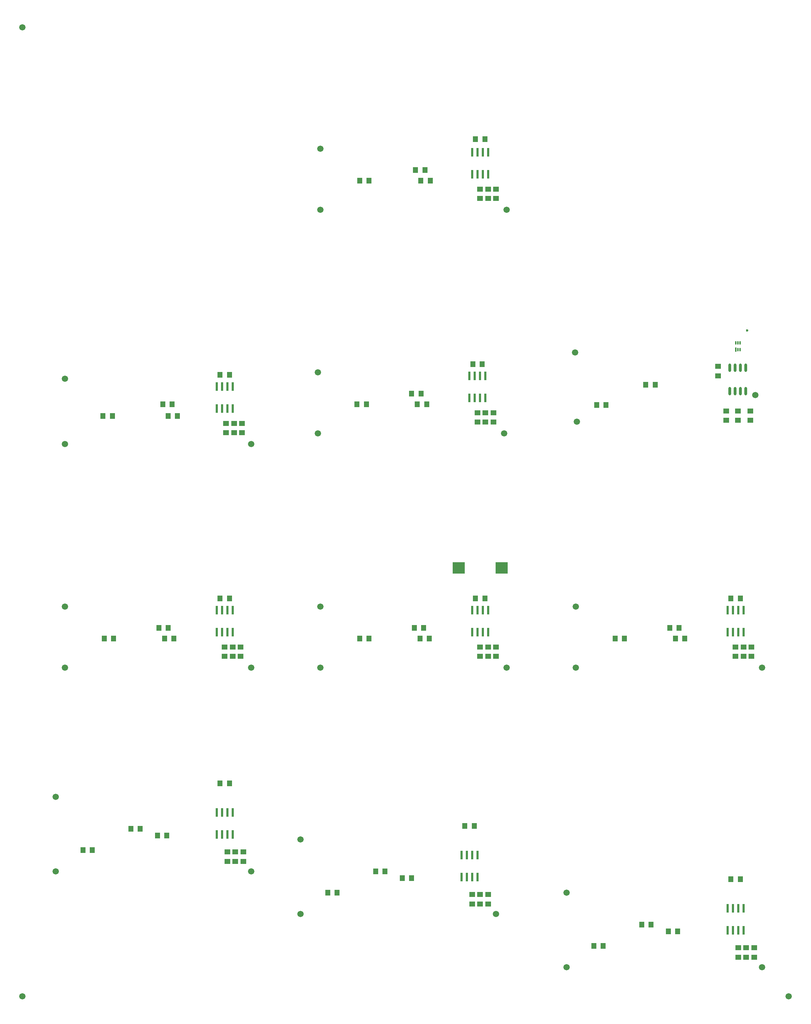
<source format=gtp>
%FSLAX44Y44*%
%MOMM*%
G71*
G01*
G75*
G04 Layer_Color=65280*
%ADD10O,0.6101X2.0320*%
%ADD11O,0.6096X2.0320*%
%ADD12O,0.3000X0.9901*%
%ADD13R,0.3000X0.9901*%
%ADD14C,0.3000*%
%ADD15C,0.5999*%
%ADD16R,0.5100X2.0201*%
%ADD17R,1.4501X1.2499*%
%ADD18R,1.2499X1.4501*%
%ADD19R,3.0000X2.8001*%
%ADD20C,1.5001*%
%ADD21C,0.5001*%
%ADD22C,0.3000*%
%ADD23C,0.5999*%
%ADD24C,0.3010*%
%ADD25C,0.4001*%
%ADD26C,0.3099*%
%ADD27C,0.1501*%
%ADD28C,1.0000*%
%ADD29C,0.3500*%
%ADD30C,0.1999*%
%ADD31C,0.7000*%
%ADD32C,1.0000*%
%ADD33O,1.5001X2.0000*%
%ADD34C,0.6000*%
%ADD35C,0.0201*%
%ADD36C,0.2540*%
%ADD37C,0.1270*%
%ADD38C,0.0000*%
G54D10*
X2840838Y11619489D02*
D03*
X2853538Y11619489D02*
D03*
G54D11*
X2866237Y11619489D02*
D03*
X2828138Y11619489D02*
D03*
X2828138Y11563608D02*
D03*
X2840838Y11563608D02*
D03*
X2853538Y11563608D02*
D03*
X2866237Y11563608D02*
D03*
G54D12*
X2847518Y11678772D02*
D03*
X2852522Y11678772D02*
D03*
X2842514Y11678772D02*
D03*
X2852522Y11662567D02*
D03*
X2847518Y11662567D02*
D03*
G54D13*
X2842514Y11662567D02*
D03*
G54D15*
X2869565Y11707957D02*
D03*
G54D16*
X2251253Y12080905D02*
D03*
X2238553Y12080905D02*
D03*
X2225853Y12080905D02*
D03*
X2213153Y12080905D02*
D03*
X2213153Y12132721D02*
D03*
X2225853Y12132721D02*
D03*
X2238553Y12132721D02*
D03*
X2251253Y12132721D02*
D03*
X2225853Y10404504D02*
D03*
X2213153Y10404504D02*
D03*
X2200453Y10404504D02*
D03*
X2187753Y10404504D02*
D03*
X2187753Y10456321D02*
D03*
X2200453Y10456321D02*
D03*
X2213153Y10456321D02*
D03*
X2225853Y10456321D02*
D03*
X2251253Y10988705D02*
D03*
X2238553Y10988705D02*
D03*
X2225853Y10988705D02*
D03*
X2213153Y10988705D02*
D03*
X2213153Y11040521D02*
D03*
X2225853Y11040521D02*
D03*
X2238553Y11040521D02*
D03*
X2251253Y11040521D02*
D03*
X1641653Y10506105D02*
D03*
X1628953Y10506105D02*
D03*
X1616253Y10506105D02*
D03*
X1603553Y10506105D02*
D03*
X1603553Y10557921D02*
D03*
X1616253Y10557921D02*
D03*
X1628953Y10557921D02*
D03*
X1641653Y10557921D02*
D03*
X2244903Y11547505D02*
D03*
X2232203Y11547505D02*
D03*
X2219503Y11547505D02*
D03*
X2206803Y11547505D02*
D03*
X2206803Y11599321D02*
D03*
X2219503Y11599321D02*
D03*
X2232203Y11599321D02*
D03*
X2244903Y11599321D02*
D03*
X2860853Y10277505D02*
D03*
X2848153Y10277505D02*
D03*
X2835453Y10277505D02*
D03*
X2822753Y10277505D02*
D03*
X2822753Y10329321D02*
D03*
X2835453Y10329321D02*
D03*
X2848153Y10329321D02*
D03*
X2860853Y10329321D02*
D03*
X1641653Y10988705D02*
D03*
X1628953Y10988705D02*
D03*
X1616253Y10988705D02*
D03*
X1603553Y10988705D02*
D03*
X1603553Y11040521D02*
D03*
X1616253Y11040521D02*
D03*
X1628953Y11040521D02*
D03*
X1641653Y11040521D02*
D03*
X2860853Y10988705D02*
D03*
X2848153Y10988705D02*
D03*
X2835453Y10988705D02*
D03*
X2822753Y10988705D02*
D03*
X2822753Y11040521D02*
D03*
X2835453Y11040521D02*
D03*
X2848153Y11040521D02*
D03*
X2860853Y11040521D02*
D03*
X1641653Y11522104D02*
D03*
X1628953Y11522104D02*
D03*
X1616253Y11522104D02*
D03*
X1603553Y11522104D02*
D03*
X1603553Y11573921D02*
D03*
X1616253Y11573921D02*
D03*
X1628953Y11573921D02*
D03*
X1641653Y11573921D02*
D03*
G54D17*
X2819375Y11493378D02*
D03*
X2819375Y11515857D02*
D03*
X2847874Y11493378D02*
D03*
X2847874Y11515857D02*
D03*
X2876728Y11493707D02*
D03*
X2876728Y11516212D02*
D03*
X2800477Y11599930D02*
D03*
X2800477Y11622410D02*
D03*
X2841803Y10930336D02*
D03*
X2841803Y10952841D02*
D03*
X2213153Y10339786D02*
D03*
X2213153Y10362290D02*
D03*
X2848153Y10212786D02*
D03*
X2848153Y10235290D02*
D03*
X1625778Y11463735D02*
D03*
X1625778Y11486240D02*
D03*
X1663878Y11463735D02*
D03*
X1663878Y11486240D02*
D03*
X2232203Y10339786D02*
D03*
X2232203Y10362290D02*
D03*
X2232203Y12022535D02*
D03*
X2232203Y12045040D02*
D03*
X1648003Y10441385D02*
D03*
X1648003Y10463890D02*
D03*
X2232203Y10930336D02*
D03*
X2232203Y10952841D02*
D03*
X2886253Y10212786D02*
D03*
X2886253Y10235290D02*
D03*
X2244903Y11489136D02*
D03*
X2244903Y11511641D02*
D03*
X2251253Y10930336D02*
D03*
X2251253Y10952841D02*
D03*
X2860853Y10930336D02*
D03*
X2860853Y10952841D02*
D03*
X2867203Y10212786D02*
D03*
X2867203Y10235290D02*
D03*
X2251253Y10339786D02*
D03*
X2251253Y10362290D02*
D03*
X2225853Y11489136D02*
D03*
X2225853Y11511641D02*
D03*
X1628953Y10441385D02*
D03*
X1628953Y10463890D02*
D03*
X2270303Y10930336D02*
D03*
X2270303Y10952841D02*
D03*
X1667053Y10441385D02*
D03*
X1667053Y10463890D02*
D03*
X2270303Y12022535D02*
D03*
X2270303Y12045040D02*
D03*
X1644828Y11463735D02*
D03*
X1644828Y11486240D02*
D03*
X2879903Y10930336D02*
D03*
X2879903Y10952841D02*
D03*
X2251253Y12022535D02*
D03*
X2251253Y12045040D02*
D03*
X2263953Y11489136D02*
D03*
X2263953Y11511641D02*
D03*
X1641653Y10930336D02*
D03*
X1641653Y10952841D02*
D03*
X1622603Y10930336D02*
D03*
X1622603Y10952841D02*
D03*
X1660703Y10930336D02*
D03*
X1660703Y10952841D02*
D03*
G54D18*
X2649880Y11578417D02*
D03*
X2627376Y11578417D02*
D03*
X2532812Y11529928D02*
D03*
X2510333Y11529928D02*
D03*
X2684501Y10998738D02*
D03*
X2707005Y10998738D02*
D03*
X2218055Y10525663D02*
D03*
X2195551Y10525663D02*
D03*
X2074901Y10998738D02*
D03*
X2097405Y10998738D02*
D03*
X1421130Y10519313D02*
D03*
X1398626Y10519313D02*
D03*
X2046326Y10401838D02*
D03*
X2068830Y10401838D02*
D03*
X1868526Y10366913D02*
D03*
X1891030Y10366913D02*
D03*
X2243455Y12163962D02*
D03*
X2220951Y12163962D02*
D03*
X2503526Y10239913D02*
D03*
X2526030Y10239913D02*
D03*
X2104746Y11532137D02*
D03*
X2082241Y11532137D02*
D03*
X1462126Y10503438D02*
D03*
X1484630Y10503438D02*
D03*
X1474826Y11532137D02*
D03*
X1497330Y11532137D02*
D03*
X1633855Y11601989D02*
D03*
X1611351Y11601989D02*
D03*
X1510030Y11503563D02*
D03*
X1487526Y11503563D02*
D03*
X2078076Y12090938D02*
D03*
X2100580Y12090938D02*
D03*
X1938376Y11532137D02*
D03*
X1960880Y11532137D02*
D03*
X1611351Y11068588D02*
D03*
X1633855Y11068588D02*
D03*
X2113280Y12065538D02*
D03*
X2090776Y12065538D02*
D03*
X1335126Y10973337D02*
D03*
X1357630Y10973337D02*
D03*
X2005330Y10417712D02*
D03*
X1982826Y10417712D02*
D03*
X1284326Y10468513D02*
D03*
X1306830Y10468513D02*
D03*
X1501496Y10973337D02*
D03*
X1478991Y10973337D02*
D03*
X2068551Y11557538D02*
D03*
X2091055Y11557538D02*
D03*
X2853055Y10398663D02*
D03*
X2830551Y10398663D02*
D03*
X1944726Y12065538D02*
D03*
X1967230Y12065538D02*
D03*
X2681326Y10274838D02*
D03*
X2703830Y10274838D02*
D03*
X2720695Y10973337D02*
D03*
X2698191Y10973337D02*
D03*
X2111096Y10973337D02*
D03*
X2088591Y10973337D02*
D03*
X2554326Y10973337D02*
D03*
X2576830Y10973337D02*
D03*
X1944726Y10973337D02*
D03*
X1967230Y10973337D02*
D03*
X2220951Y11068588D02*
D03*
X2243455Y11068588D02*
D03*
X1465301Y10998738D02*
D03*
X1487805Y10998738D02*
D03*
X2214601Y11627388D02*
D03*
X2237105Y11627388D02*
D03*
X1611351Y10627263D02*
D03*
X1633855Y10627263D02*
D03*
X1331951Y11503563D02*
D03*
X1354455Y11503563D02*
D03*
X2640330Y10290713D02*
D03*
X2617826Y10290713D02*
D03*
X2830551Y11068588D02*
D03*
X2853055Y11068588D02*
D03*
G54D19*
X2283638Y11141613D02*
D03*
X2180742Y11141613D02*
D03*
G54D20*
X2889326Y11553474D02*
D03*
X2458822Y11655430D02*
D03*
X1241603Y10903488D02*
D03*
D03*
X1686103Y11436888D02*
D03*
D03*
X1241603Y11436888D02*
D03*
D03*
X1803578Y10316113D02*
D03*
D03*
X1219378Y10417712D02*
D03*
D03*
X1803578Y10493914D02*
D03*
D03*
X1851203Y10903488D02*
D03*
D03*
X1140003Y10119263D02*
D03*
D03*
X2968803Y10119263D02*
D03*
D03*
X2905303Y10189113D02*
D03*
D03*
X1851203Y12141738D02*
D03*
D03*
X2460803Y10903488D02*
D03*
D03*
X1851203Y11995688D02*
D03*
D03*
X2289353Y11462288D02*
D03*
D03*
X2438578Y10366913D02*
D03*
D03*
X1241603Y11592463D02*
D03*
D03*
X2438578Y10189113D02*
D03*
D03*
X1844853Y11462288D02*
D03*
D03*
X2295703Y11995688D02*
D03*
D03*
X2270303Y10316113D02*
D03*
D03*
X1686103Y10417712D02*
D03*
D03*
X1219378Y10595513D02*
D03*
D03*
X1140003Y12430663D02*
D03*
D03*
X1686103Y10903488D02*
D03*
D03*
X2460803Y11049539D02*
D03*
D03*
X1851203Y11049539D02*
D03*
D03*
X2295703Y10903488D02*
D03*
D03*
X1241603Y11049539D02*
D03*
D03*
X1844853Y11608337D02*
D03*
D03*
X2905303Y10903488D02*
D03*
D03*
X2462962Y11490812D02*
D03*
G54D38*
X2205203Y10542833D02*
D03*
X2205203Y10590840D02*
D03*
M02*

</source>
